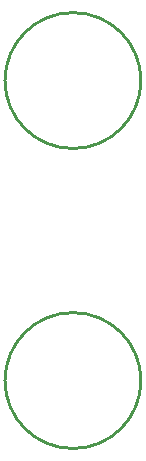
<source format=gto>
G04 Layer_Color=15132400*
%FSAX43Y43*%
%MOMM*%
G71*
G01*
G75*
%ADD13C,0.254*%
D13*
X0135295Y0088900D02*
G03*
X0135295Y0088900I-0005755J0000000D01*
G01*
Y0063500D02*
G03*
X0135295Y0063500I-0005755J0000000D01*
G01*
M02*

</source>
